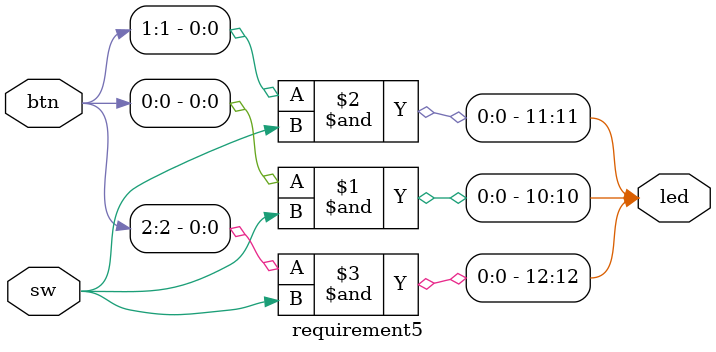
<source format=v>
`timescale 1ns / 1ps


module requirement5(
        //input [3:0] btn,input [7:0] sw,
        //output [3:0] seg_an,output[7:0] seg_cat,     
        input [2:0] btn,
        input sw,
        output [12:10] led
        
        

    );
    
    //assign seg_an = ~btn;
    assign led[10] = btn[0] & sw;
    assign led[11] = btn[1] & sw;
    assign led[12] = btn[2] & sw;
    //assign seg_cat = ~sw;
endmodule

</source>
